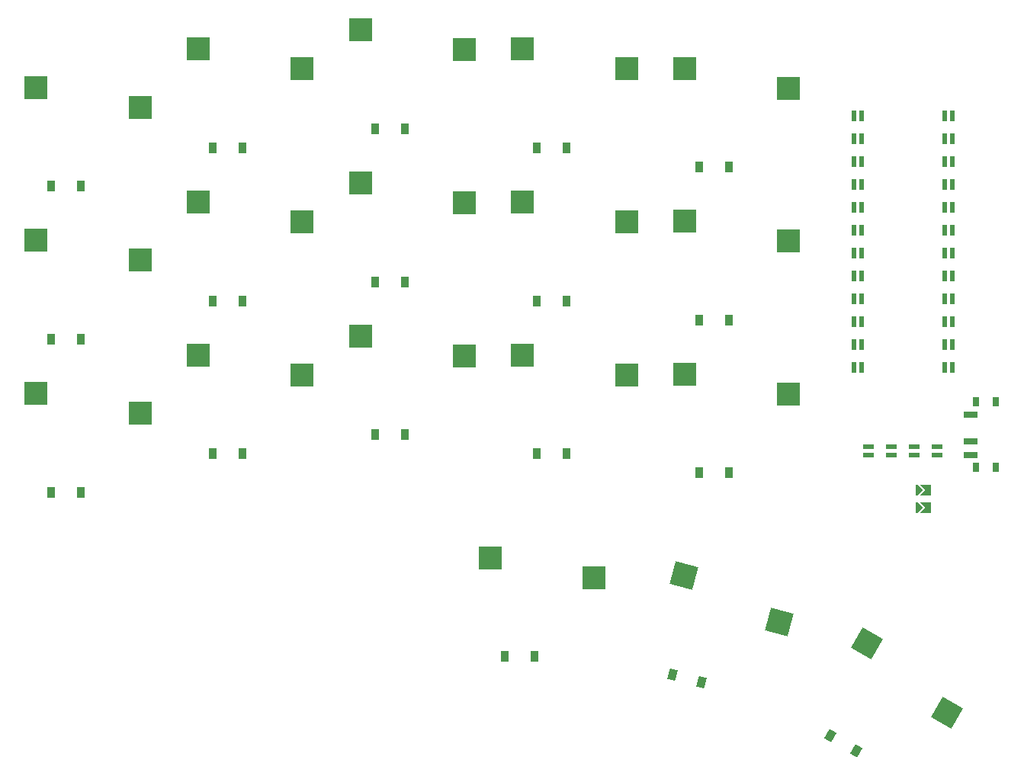
<source format=gbr>
%TF.GenerationSoftware,KiCad,Pcbnew,8.0.1*%
%TF.CreationDate,2024-12-01T01:33:27+09:00*%
%TF.ProjectId,corney_island_wireless_autorouted,636f726e-6579-45f6-9973-6c616e645f77,0.2*%
%TF.SameCoordinates,Original*%
%TF.FileFunction,Paste,Bot*%
%TF.FilePolarity,Positive*%
%FSLAX46Y46*%
G04 Gerber Fmt 4.6, Leading zero omitted, Abs format (unit mm)*
G04 Created by KiCad (PCBNEW 8.0.1) date 2024-12-01 01:33:27*
%MOMM*%
%LPD*%
G01*
G04 APERTURE LIST*
G04 Aperture macros list*
%AMRotRect*
0 Rectangle, with rotation*
0 The origin of the aperture is its center*
0 $1 length*
0 $2 width*
0 $3 Rotation angle, in degrees counterclockwise*
0 Add horizontal line*
21,1,$1,$2,0,0,$3*%
%AMFreePoly0*
4,1,6,0.600000,-1.000000,0.000000,-0.400000,-0.600000,-1.000000,-0.600000,0.250000,0.600000,0.250000,0.600000,-1.000000,0.600000,-1.000000,$1*%
%AMFreePoly1*
4,1,6,0.600000,-0.200000,0.600000,-0.400000,-0.600000,-0.400000,-0.600000,-0.200000,0.000000,0.400000,0.600000,-0.200000,0.600000,-0.200000,$1*%
G04 Aperture macros list end*
%ADD10R,0.600000X1.200000*%
%ADD11R,0.800000X1.000000*%
%ADD12R,1.500000X0.700000*%
%ADD13FreePoly0,270.000000*%
%ADD14FreePoly1,270.000000*%
%ADD15R,1.200000X0.600000*%
%ADD16RotRect,0.900000X1.200000X150.000000*%
%ADD17R,2.600000X2.600000*%
%ADD18R,0.900000X1.200000*%
%ADD19RotRect,2.600000X2.600000X330.000000*%
%ADD20RotRect,0.900000X1.200000X165.000000*%
%ADD21RotRect,2.600000X2.600000X345.000000*%
G04 APERTURE END LIST*
D10*
%TO.C,MCU1*%
X187520000Y-91110000D03*
X198480000Y-91110000D03*
X187520000Y-88570000D03*
X198480000Y-88570000D03*
X187520000Y-86030000D03*
X198480000Y-86030000D03*
X187520000Y-83490000D03*
X198480000Y-83490000D03*
X187520000Y-80950000D03*
X198480000Y-80950000D03*
X187520000Y-78410000D03*
X198480000Y-78410000D03*
X187520000Y-75870000D03*
X198480000Y-75870000D03*
X187520000Y-73330000D03*
X198480000Y-73330000D03*
X187520000Y-70790000D03*
X198480000Y-70790000D03*
X187520000Y-68250000D03*
X198480000Y-68250000D03*
X187520000Y-65710000D03*
X198480000Y-65710000D03*
X187520000Y-63170000D03*
X198480000Y-63170000D03*
X188420000Y-63170000D03*
X188420000Y-65710000D03*
X188420000Y-68250000D03*
X188420000Y-70790000D03*
X188420000Y-73330000D03*
X188420000Y-75870000D03*
X188420000Y-78410000D03*
X188420000Y-80950000D03*
X188420000Y-83490000D03*
X188420000Y-86030000D03*
X188420000Y-88570000D03*
X188420000Y-91110000D03*
X197580000Y-91110000D03*
X197580000Y-88570000D03*
X197580000Y-86030000D03*
X197580000Y-83490000D03*
X197580000Y-80950000D03*
X197580000Y-78410000D03*
X197580000Y-75870000D03*
X197580000Y-73330000D03*
X197580000Y-70790000D03*
X197580000Y-68250000D03*
X197580000Y-65710000D03*
X197580000Y-63170000D03*
%TD*%
D11*
%TO.C,PWR1*%
X201115000Y-94975000D03*
X201115000Y-102275000D03*
X203325000Y-94975000D03*
X203325000Y-102275000D03*
D12*
X200465000Y-96375000D03*
X200465000Y-99375000D03*
X200465000Y-100875000D03*
%TD*%
D13*
%TO.C,JST1*%
X195816000Y-104750000D03*
X195816000Y-106750000D03*
D14*
X194800000Y-106750000D03*
X194800000Y-104750000D03*
%TD*%
D15*
%TO.C,DISP1*%
X196810000Y-100850000D03*
X194270000Y-100850000D03*
X191730000Y-100850000D03*
X189190000Y-100850000D03*
X196810000Y-99950000D03*
X194270000Y-99950000D03*
X191730000Y-99950000D03*
X189190000Y-99950000D03*
%TD*%
D16*
%TO.C,D18*%
X187759842Y-133727700D03*
X184901958Y-132077700D03*
%TD*%
D17*
%TO.C,S2*%
X96725000Y-77050000D03*
X108275000Y-79250000D03*
%TD*%
%TO.C,S13*%
X168725000Y-91925000D03*
X180275000Y-94125000D03*
%TD*%
%TO.C,S14*%
X168725000Y-74925000D03*
X180275000Y-77125000D03*
%TD*%
%TO.C,S11*%
X150725000Y-72800000D03*
X162275000Y-75000000D03*
%TD*%
D18*
%TO.C,D5*%
X119650000Y-83750000D03*
X116350000Y-83750000D03*
%TD*%
%TO.C,D9*%
X137650000Y-64625000D03*
X134350000Y-64625000D03*
%TD*%
D17*
%TO.C,S6*%
X114725000Y-55800000D03*
X126275000Y-58000000D03*
%TD*%
D18*
%TO.C,D1*%
X101650000Y-105000000D03*
X98350000Y-105000000D03*
%TD*%
D17*
%TO.C,S16*%
X147125000Y-112325000D03*
X158675000Y-114525000D03*
%TD*%
D18*
%TO.C,D14*%
X173650000Y-85875000D03*
X170350000Y-85875000D03*
%TD*%
%TO.C,D16*%
X152050000Y-123275000D03*
X148750000Y-123275000D03*
%TD*%
%TO.C,D15*%
X173650000Y-68875000D03*
X170350000Y-68875000D03*
%TD*%
%TO.C,D10*%
X155650000Y-100750000D03*
X152350000Y-100750000D03*
%TD*%
%TO.C,D7*%
X137650000Y-98625000D03*
X134350000Y-98625000D03*
%TD*%
%TO.C,D11*%
X155650000Y-83750000D03*
X152350000Y-83750000D03*
%TD*%
%TO.C,D12*%
X155650000Y-66750000D03*
X152350000Y-66750000D03*
%TD*%
%TO.C,D4*%
X119650000Y-100750000D03*
X116350000Y-100750000D03*
%TD*%
D19*
%TO.C,S18*%
X188969667Y-121782149D03*
X197872260Y-129462405D03*
%TD*%
D17*
%TO.C,S10*%
X150725000Y-89800000D03*
X162275000Y-92000000D03*
%TD*%
D18*
%TO.C,D3*%
X101650000Y-71000000D03*
X98350000Y-71000000D03*
%TD*%
D17*
%TO.C,S9*%
X132725000Y-53675000D03*
X144275000Y-55875000D03*
%TD*%
%TO.C,S8*%
X132725000Y-70675000D03*
X144275000Y-72875000D03*
%TD*%
D18*
%TO.C,D13*%
X173650000Y-102875000D03*
X170350000Y-102875000D03*
%TD*%
D17*
%TO.C,S15*%
X168725000Y-57925000D03*
X180275000Y-60125000D03*
%TD*%
D20*
%TO.C,D17*%
X170592978Y-126150650D03*
X167405422Y-125296550D03*
%TD*%
D17*
%TO.C,S3*%
X96725000Y-60050000D03*
X108275000Y-62250000D03*
%TD*%
D18*
%TO.C,D8*%
X137650000Y-81625000D03*
X134350000Y-81625000D03*
%TD*%
D17*
%TO.C,S12*%
X150725000Y-55800000D03*
X162275000Y-58000000D03*
%TD*%
%TO.C,S4*%
X114725000Y-89800000D03*
X126275000Y-92000000D03*
%TD*%
D18*
%TO.C,D6*%
X119650000Y-66750000D03*
X116350000Y-66750000D03*
%TD*%
D17*
%TO.C,S5*%
X114725000Y-72800000D03*
X126275000Y-75000000D03*
%TD*%
%TO.C,S1*%
X96725000Y-94050000D03*
X108275000Y-96250000D03*
%TD*%
%TO.C,S7*%
X132725000Y-87675000D03*
X144275000Y-89875000D03*
%TD*%
D21*
%TO.C,S17*%
X168669866Y-114299109D03*
X179256908Y-119413506D03*
%TD*%
D18*
%TO.C,D2*%
X101650000Y-88000000D03*
X98350000Y-88000000D03*
%TD*%
M02*

</source>
